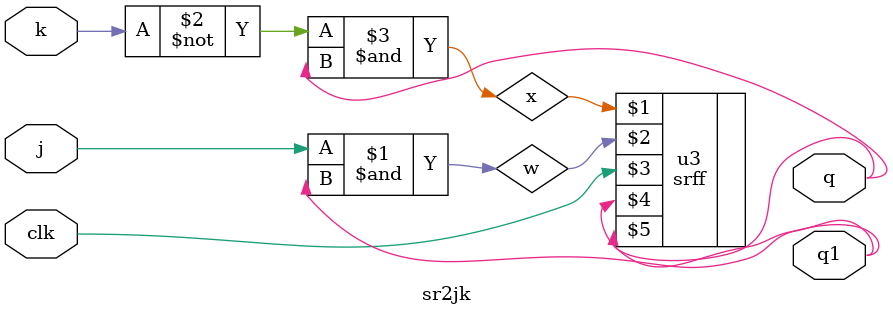
<source format=v>
`timescale 1ns / 1ps
module sr2jk(
    input j,
    input k,
    input clk,
    output q,
    output q1
    );
	 
and u1(w,j,q1);
and u2(x,~k,q);
srff u3(x,w,clk,q,q1);

endmodule

</source>
